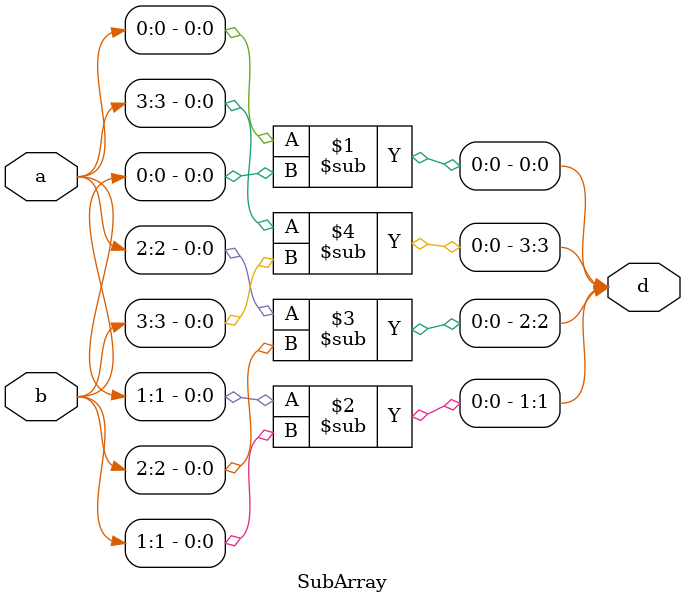
<source format=sv>
module SubArray(input [3:0] a, b, output [3:0] d);
    genvar i;
    generate
        for(i=0; i<4; i=i+1) 
            assign d[i] = a[i] - b[i];
    endgenerate
endmodule
</source>
